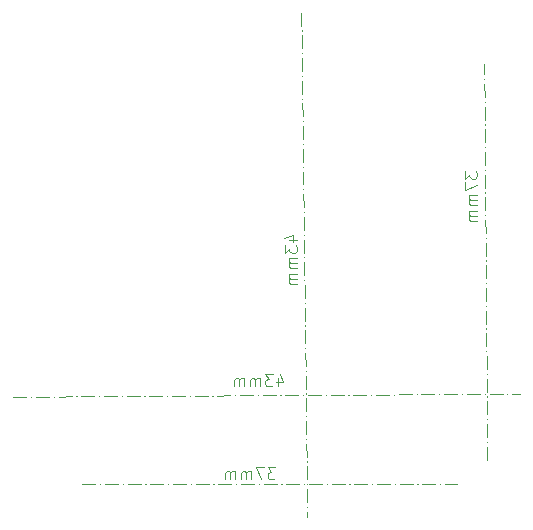
<source format=gbr>
%TF.GenerationSoftware,KiCad,Pcbnew,8.0.7*%
%TF.CreationDate,2025-01-10T12:44:58+00:00*%
%TF.ProjectId,AstroDroid-v1,41737472-6f44-4726-9f69-642d76312e6b,rev?*%
%TF.SameCoordinates,Original*%
%TF.FileFunction,Legend,Bot*%
%TF.FilePolarity,Positive*%
%FSLAX46Y46*%
G04 Gerber Fmt 4.6, Leading zero omitted, Abs format (unit mm)*
G04 Created by KiCad (PCBNEW 8.0.7) date 2025-01-10 12:44:58*
%MOMM*%
%LPD*%
G01*
G04 APERTURE LIST*
%ADD10C,0.100000*%
G04 APERTURE END LIST*
D10*
X93472000Y-53594000D02*
X93485094Y-54693922D01*
X93489856Y-55093894D02*
X93490094Y-55113892D01*
X93494856Y-55513864D02*
X93507950Y-56613786D01*
X93512711Y-57013758D02*
X93512949Y-57033756D01*
X93517711Y-57433728D02*
X93530805Y-58533650D01*
X93535567Y-58933622D02*
X93535805Y-58953620D01*
X93540567Y-59353592D02*
X93553661Y-60453514D01*
X93558422Y-60853486D02*
X93558661Y-60873484D01*
X93563422Y-61273456D02*
X93576516Y-62373378D01*
X93581278Y-62773350D02*
X93581516Y-62793348D01*
X93586278Y-63193320D02*
X93599372Y-64293242D01*
X93604133Y-64693214D02*
X93604372Y-64713212D01*
X93609133Y-65113184D02*
X93622227Y-66213106D01*
X93626989Y-66613077D02*
X93627227Y-66633076D01*
X93631989Y-67033048D02*
X93645083Y-68132970D01*
X93649845Y-68532941D02*
X93650083Y-68552940D01*
X93654844Y-68952912D02*
X93667938Y-70052834D01*
X93672700Y-70452805D02*
X93672938Y-70472804D01*
X93677700Y-70872776D02*
X93690794Y-71972698D01*
X93695556Y-72372669D02*
X93695794Y-72392668D01*
X93700555Y-72792640D02*
X93713650Y-73892562D01*
X93718411Y-74292533D02*
X93718649Y-74312532D01*
X93723411Y-74712504D02*
X93736505Y-75812426D01*
X93741267Y-76212397D02*
X93741505Y-76232396D01*
X93746266Y-76632368D02*
X93759361Y-77732290D01*
X93764122Y-78132261D02*
X93764360Y-78152260D01*
X93769122Y-78552231D02*
X93782216Y-79652154D01*
X93786978Y-80052125D02*
X93787216Y-80072124D01*
X93791977Y-80472095D02*
X93805072Y-81572018D01*
X93809833Y-81971989D02*
X93810071Y-81991988D01*
X93814833Y-82391959D02*
X93827927Y-83491881D01*
X93832689Y-83891853D02*
X93832927Y-83911852D01*
X93837688Y-84311823D02*
X93850783Y-85411745D01*
X93855544Y-85811717D02*
X93855782Y-85831716D01*
X93860544Y-86231687D02*
X93873638Y-87331609D01*
X93878400Y-87731581D02*
X93878638Y-87751580D01*
X93883399Y-88151551D02*
X93896494Y-89251473D01*
X93901255Y-89651445D02*
X93901493Y-89671444D01*
X93906255Y-90071415D02*
X93919349Y-91171337D01*
X93924111Y-91571309D02*
X93924349Y-91591308D01*
X93929110Y-91991279D02*
X93942205Y-93091201D01*
X93946966Y-93491173D02*
X93947204Y-93511172D01*
X93951966Y-93911143D02*
X93965060Y-95011065D01*
X93969822Y-95411037D02*
X93970060Y-95431035D01*
X93974822Y-95831007D02*
X93980000Y-96266000D01*
X92423752Y-72868455D02*
X93090419Y-72868455D01*
X92042800Y-72630360D02*
X92757085Y-72392265D01*
X92757085Y-72392265D02*
X92757085Y-73011312D01*
X92090419Y-73297027D02*
X92090419Y-73916074D01*
X92090419Y-73916074D02*
X92471371Y-73582741D01*
X92471371Y-73582741D02*
X92471371Y-73725598D01*
X92471371Y-73725598D02*
X92518990Y-73820836D01*
X92518990Y-73820836D02*
X92566609Y-73868455D01*
X92566609Y-73868455D02*
X92661847Y-73916074D01*
X92661847Y-73916074D02*
X92899942Y-73916074D01*
X92899942Y-73916074D02*
X92995180Y-73868455D01*
X92995180Y-73868455D02*
X93042800Y-73820836D01*
X93042800Y-73820836D02*
X93090419Y-73725598D01*
X93090419Y-73725598D02*
X93090419Y-73439884D01*
X93090419Y-73439884D02*
X93042800Y-73344646D01*
X93042800Y-73344646D02*
X92995180Y-73297027D01*
X93090419Y-74344646D02*
X92423752Y-74344646D01*
X92518990Y-74344646D02*
X92471371Y-74392265D01*
X92471371Y-74392265D02*
X92423752Y-74487503D01*
X92423752Y-74487503D02*
X92423752Y-74630360D01*
X92423752Y-74630360D02*
X92471371Y-74725598D01*
X92471371Y-74725598D02*
X92566609Y-74773217D01*
X92566609Y-74773217D02*
X93090419Y-74773217D01*
X92566609Y-74773217D02*
X92471371Y-74820836D01*
X92471371Y-74820836D02*
X92423752Y-74916074D01*
X92423752Y-74916074D02*
X92423752Y-75058931D01*
X92423752Y-75058931D02*
X92471371Y-75154170D01*
X92471371Y-75154170D02*
X92566609Y-75201789D01*
X92566609Y-75201789D02*
X93090419Y-75201789D01*
X93090419Y-75677979D02*
X92423752Y-75677979D01*
X92518990Y-75677979D02*
X92471371Y-75725598D01*
X92471371Y-75725598D02*
X92423752Y-75820836D01*
X92423752Y-75820836D02*
X92423752Y-75963693D01*
X92423752Y-75963693D02*
X92471371Y-76058931D01*
X92471371Y-76058931D02*
X92566609Y-76106550D01*
X92566609Y-76106550D02*
X93090419Y-76106550D01*
X92566609Y-76106550D02*
X92471371Y-76154169D01*
X92471371Y-76154169D02*
X92423752Y-76249407D01*
X92423752Y-76249407D02*
X92423752Y-76392264D01*
X92423752Y-76392264D02*
X92471371Y-76487503D01*
X92471371Y-76487503D02*
X92566609Y-76535122D01*
X92566609Y-76535122D02*
X93090419Y-76535122D01*
X91469544Y-84549752D02*
X91469544Y-85216419D01*
X91707639Y-84168800D02*
X91945734Y-84883085D01*
X91945734Y-84883085D02*
X91326687Y-84883085D01*
X91040972Y-84216419D02*
X90421925Y-84216419D01*
X90421925Y-84216419D02*
X90755258Y-84597371D01*
X90755258Y-84597371D02*
X90612401Y-84597371D01*
X90612401Y-84597371D02*
X90517163Y-84644990D01*
X90517163Y-84644990D02*
X90469544Y-84692609D01*
X90469544Y-84692609D02*
X90421925Y-84787847D01*
X90421925Y-84787847D02*
X90421925Y-85025942D01*
X90421925Y-85025942D02*
X90469544Y-85121180D01*
X90469544Y-85121180D02*
X90517163Y-85168800D01*
X90517163Y-85168800D02*
X90612401Y-85216419D01*
X90612401Y-85216419D02*
X90898115Y-85216419D01*
X90898115Y-85216419D02*
X90993353Y-85168800D01*
X90993353Y-85168800D02*
X91040972Y-85121180D01*
X89993353Y-85216419D02*
X89993353Y-84549752D01*
X89993353Y-84644990D02*
X89945734Y-84597371D01*
X89945734Y-84597371D02*
X89850496Y-84549752D01*
X89850496Y-84549752D02*
X89707639Y-84549752D01*
X89707639Y-84549752D02*
X89612401Y-84597371D01*
X89612401Y-84597371D02*
X89564782Y-84692609D01*
X89564782Y-84692609D02*
X89564782Y-85216419D01*
X89564782Y-84692609D02*
X89517163Y-84597371D01*
X89517163Y-84597371D02*
X89421925Y-84549752D01*
X89421925Y-84549752D02*
X89279068Y-84549752D01*
X89279068Y-84549752D02*
X89183829Y-84597371D01*
X89183829Y-84597371D02*
X89136210Y-84692609D01*
X89136210Y-84692609D02*
X89136210Y-85216419D01*
X88660020Y-85216419D02*
X88660020Y-84549752D01*
X88660020Y-84644990D02*
X88612401Y-84597371D01*
X88612401Y-84597371D02*
X88517163Y-84549752D01*
X88517163Y-84549752D02*
X88374306Y-84549752D01*
X88374306Y-84549752D02*
X88279068Y-84597371D01*
X88279068Y-84597371D02*
X88231449Y-84692609D01*
X88231449Y-84692609D02*
X88231449Y-85216419D01*
X88231449Y-84692609D02*
X88183830Y-84597371D01*
X88183830Y-84597371D02*
X88088592Y-84549752D01*
X88088592Y-84549752D02*
X87945735Y-84549752D01*
X87945735Y-84549752D02*
X87850496Y-84597371D01*
X87850496Y-84597371D02*
X87802877Y-84692609D01*
X87802877Y-84692609D02*
X87802877Y-85216419D01*
X69088000Y-86106000D02*
X70187981Y-86099491D01*
X70587974Y-86097124D02*
X70607973Y-86097006D01*
X71007966Y-86094639D02*
X72107947Y-86088130D01*
X72507940Y-86085764D02*
X72527940Y-86085645D01*
X72927933Y-86083279D02*
X74027914Y-86076770D01*
X74427907Y-86074403D02*
X74447906Y-86074285D01*
X74847899Y-86071918D02*
X75947880Y-86065409D01*
X76347873Y-86063042D02*
X76367873Y-86062924D01*
X76767866Y-86060557D02*
X77867846Y-86054048D01*
X78267839Y-86051681D02*
X78287839Y-86051563D01*
X78687832Y-86049196D02*
X79787813Y-86042687D01*
X80187806Y-86040321D02*
X80207805Y-86040202D01*
X80607798Y-86037836D02*
X81707779Y-86031327D01*
X82107772Y-86028960D02*
X82127772Y-86028842D01*
X82527765Y-86026475D02*
X83627745Y-86019966D01*
X84027738Y-86017599D02*
X84047738Y-86017481D01*
X84447731Y-86015114D02*
X85547712Y-86008605D01*
X85947705Y-86006238D02*
X85967704Y-86006120D01*
X86367697Y-86003753D02*
X87467678Y-85997245D01*
X87867671Y-85994878D02*
X87887671Y-85994759D01*
X88287664Y-85992393D02*
X89387645Y-85985884D01*
X89787638Y-85983517D02*
X89807637Y-85983399D01*
X90207630Y-85981032D02*
X91307611Y-85974523D01*
X91707604Y-85972156D02*
X91727604Y-85972038D01*
X92127597Y-85969671D02*
X93227577Y-85963162D01*
X93627570Y-85960795D02*
X93647570Y-85960677D01*
X94047563Y-85958310D02*
X95147544Y-85951802D01*
X95547537Y-85949435D02*
X95567536Y-85949316D01*
X95967529Y-85946950D02*
X97067510Y-85940441D01*
X97467503Y-85938074D02*
X97487503Y-85937956D01*
X97887496Y-85935589D02*
X98987477Y-85929080D01*
X99387470Y-85926713D02*
X99407469Y-85926595D01*
X99807462Y-85924228D02*
X100907443Y-85917719D01*
X101307436Y-85915352D02*
X101327436Y-85915234D01*
X101727429Y-85912867D02*
X102827409Y-85906359D01*
X103227402Y-85903992D02*
X103247402Y-85903873D01*
X103647395Y-85901507D02*
X104747376Y-85894998D01*
X105147369Y-85892631D02*
X105167368Y-85892513D01*
X105567361Y-85890146D02*
X106667342Y-85883637D01*
X107067335Y-85881270D02*
X107087335Y-85881152D01*
X107487328Y-85878785D02*
X108587309Y-85872276D01*
X108987302Y-85869909D02*
X109007301Y-85869791D01*
X109407294Y-85867424D02*
X110507275Y-85860916D01*
X110907268Y-85858549D02*
X110927268Y-85858430D01*
X111327261Y-85856064D02*
X112014000Y-85852001D01*
X107330419Y-67010646D02*
X107330419Y-67629693D01*
X107330419Y-67629693D02*
X107711371Y-67296360D01*
X107711371Y-67296360D02*
X107711371Y-67439217D01*
X107711371Y-67439217D02*
X107758990Y-67534455D01*
X107758990Y-67534455D02*
X107806609Y-67582074D01*
X107806609Y-67582074D02*
X107901847Y-67629693D01*
X107901847Y-67629693D02*
X108139942Y-67629693D01*
X108139942Y-67629693D02*
X108235180Y-67582074D01*
X108235180Y-67582074D02*
X108282800Y-67534455D01*
X108282800Y-67534455D02*
X108330419Y-67439217D01*
X108330419Y-67439217D02*
X108330419Y-67153503D01*
X108330419Y-67153503D02*
X108282800Y-67058265D01*
X108282800Y-67058265D02*
X108235180Y-67010646D01*
X107330419Y-67963027D02*
X107330419Y-68629693D01*
X107330419Y-68629693D02*
X108330419Y-68201122D01*
X108330419Y-69010646D02*
X107663752Y-69010646D01*
X107758990Y-69010646D02*
X107711371Y-69058265D01*
X107711371Y-69058265D02*
X107663752Y-69153503D01*
X107663752Y-69153503D02*
X107663752Y-69296360D01*
X107663752Y-69296360D02*
X107711371Y-69391598D01*
X107711371Y-69391598D02*
X107806609Y-69439217D01*
X107806609Y-69439217D02*
X108330419Y-69439217D01*
X107806609Y-69439217D02*
X107711371Y-69486836D01*
X107711371Y-69486836D02*
X107663752Y-69582074D01*
X107663752Y-69582074D02*
X107663752Y-69724931D01*
X107663752Y-69724931D02*
X107711371Y-69820170D01*
X107711371Y-69820170D02*
X107806609Y-69867789D01*
X107806609Y-69867789D02*
X108330419Y-69867789D01*
X108330419Y-70343979D02*
X107663752Y-70343979D01*
X107758990Y-70343979D02*
X107711371Y-70391598D01*
X107711371Y-70391598D02*
X107663752Y-70486836D01*
X107663752Y-70486836D02*
X107663752Y-70629693D01*
X107663752Y-70629693D02*
X107711371Y-70724931D01*
X107711371Y-70724931D02*
X107806609Y-70772550D01*
X107806609Y-70772550D02*
X108330419Y-70772550D01*
X107806609Y-70772550D02*
X107711371Y-70820169D01*
X107711371Y-70820169D02*
X107663752Y-70915407D01*
X107663752Y-70915407D02*
X107663752Y-71058264D01*
X107663752Y-71058264D02*
X107711371Y-71153503D01*
X107711371Y-71153503D02*
X107806609Y-71201122D01*
X107806609Y-71201122D02*
X108330419Y-71201122D01*
X109220000Y-91440000D02*
X109211667Y-90340032D01*
X109208637Y-89940043D02*
X109208485Y-89920044D01*
X109205455Y-89520055D02*
X109197122Y-88420087D01*
X109194092Y-88020098D02*
X109193940Y-88000099D01*
X109190910Y-87600110D02*
X109182577Y-86500142D01*
X109179547Y-86100153D02*
X109179395Y-86080154D01*
X109176365Y-85680165D02*
X109168032Y-84580197D01*
X109165002Y-84180208D02*
X109164850Y-84160209D01*
X109161820Y-83760220D02*
X109153487Y-82660252D01*
X109150457Y-82260263D02*
X109150305Y-82240264D01*
X109147275Y-81840275D02*
X109138942Y-80740307D01*
X109135912Y-80340319D02*
X109135760Y-80320319D01*
X109132730Y-79920331D02*
X109124397Y-78820362D01*
X109121366Y-78420374D02*
X109121215Y-78400374D01*
X109118185Y-78000386D02*
X109109852Y-76900417D01*
X109106821Y-76500429D02*
X109106670Y-76480429D01*
X109103640Y-76080441D02*
X109095307Y-74980472D01*
X109092276Y-74580484D02*
X109092125Y-74560484D01*
X109089095Y-74160496D02*
X109080762Y-73060527D01*
X109077731Y-72660539D02*
X109077580Y-72640539D01*
X109074550Y-72240551D02*
X109066217Y-71140583D01*
X109063186Y-70740594D02*
X109063035Y-70720595D01*
X109060005Y-70320606D02*
X109051671Y-69220638D01*
X109048641Y-68820649D02*
X109048490Y-68800650D01*
X109045460Y-68400661D02*
X109037126Y-67300693D01*
X109034096Y-66900704D02*
X109033945Y-66880705D01*
X109030915Y-66480716D02*
X109022581Y-65380748D01*
X109019551Y-64980759D02*
X109019400Y-64960760D01*
X109016369Y-64560771D02*
X109008036Y-63460803D01*
X109005006Y-63060814D02*
X109004855Y-63040815D01*
X109001824Y-62640826D02*
X108993491Y-61540858D01*
X108990461Y-61140869D02*
X108990310Y-61120870D01*
X108987279Y-60720882D02*
X108978946Y-59620913D01*
X108975916Y-59220925D02*
X108975765Y-59200925D01*
X108972734Y-58800937D02*
X108966000Y-57912000D01*
X74930000Y-93472000D02*
X76030000Y-93472000D01*
X76430000Y-93472000D02*
X76450000Y-93472000D01*
X76850000Y-93472000D02*
X77950000Y-93472000D01*
X78350000Y-93472000D02*
X78370000Y-93472000D01*
X78770000Y-93472000D02*
X79870000Y-93472000D01*
X80270000Y-93472000D02*
X80290000Y-93472000D01*
X80690000Y-93472000D02*
X81790000Y-93472000D01*
X82190000Y-93472000D02*
X82210000Y-93472000D01*
X82610000Y-93472000D02*
X83710000Y-93472000D01*
X84110000Y-93472000D02*
X84130000Y-93472000D01*
X84530000Y-93472000D02*
X85630000Y-93472000D01*
X86030000Y-93472000D02*
X86050000Y-93472000D01*
X86450000Y-93472000D02*
X87550000Y-93472000D01*
X87950000Y-93472000D02*
X87970000Y-93472000D01*
X88370000Y-93472000D02*
X89470000Y-93472000D01*
X89870000Y-93472000D02*
X89890000Y-93472000D01*
X90290000Y-93472000D02*
X91390000Y-93472000D01*
X91790000Y-93472000D02*
X91810000Y-93472000D01*
X92210000Y-93472000D02*
X93310000Y-93472000D01*
X93710000Y-93472000D02*
X93730000Y-93472000D01*
X94130000Y-93472000D02*
X95230000Y-93472000D01*
X95630000Y-93472000D02*
X95650000Y-93472000D01*
X96050000Y-93472000D02*
X97150000Y-93472000D01*
X97550000Y-93472000D02*
X97570000Y-93472000D01*
X97970000Y-93472000D02*
X99070000Y-93472000D01*
X99470000Y-93472000D02*
X99490000Y-93472000D01*
X99890000Y-93472000D02*
X100990000Y-93472000D01*
X101390000Y-93472000D02*
X101410000Y-93472000D01*
X101810000Y-93472000D02*
X102910000Y-93472000D01*
X103310000Y-93472000D02*
X103330000Y-93472000D01*
X103730000Y-93472000D02*
X104830000Y-93472000D01*
X105230000Y-93472000D02*
X105250000Y-93472000D01*
X105650000Y-93472000D02*
X106680000Y-93472000D01*
X91231353Y-92090419D02*
X90612306Y-92090419D01*
X90612306Y-92090419D02*
X90945639Y-92471371D01*
X90945639Y-92471371D02*
X90802782Y-92471371D01*
X90802782Y-92471371D02*
X90707544Y-92518990D01*
X90707544Y-92518990D02*
X90659925Y-92566609D01*
X90659925Y-92566609D02*
X90612306Y-92661847D01*
X90612306Y-92661847D02*
X90612306Y-92899942D01*
X90612306Y-92899942D02*
X90659925Y-92995180D01*
X90659925Y-92995180D02*
X90707544Y-93042800D01*
X90707544Y-93042800D02*
X90802782Y-93090419D01*
X90802782Y-93090419D02*
X91088496Y-93090419D01*
X91088496Y-93090419D02*
X91183734Y-93042800D01*
X91183734Y-93042800D02*
X91231353Y-92995180D01*
X90278972Y-92090419D02*
X89612306Y-92090419D01*
X89612306Y-92090419D02*
X90040877Y-93090419D01*
X89231353Y-93090419D02*
X89231353Y-92423752D01*
X89231353Y-92518990D02*
X89183734Y-92471371D01*
X89183734Y-92471371D02*
X89088496Y-92423752D01*
X89088496Y-92423752D02*
X88945639Y-92423752D01*
X88945639Y-92423752D02*
X88850401Y-92471371D01*
X88850401Y-92471371D02*
X88802782Y-92566609D01*
X88802782Y-92566609D02*
X88802782Y-93090419D01*
X88802782Y-92566609D02*
X88755163Y-92471371D01*
X88755163Y-92471371D02*
X88659925Y-92423752D01*
X88659925Y-92423752D02*
X88517068Y-92423752D01*
X88517068Y-92423752D02*
X88421829Y-92471371D01*
X88421829Y-92471371D02*
X88374210Y-92566609D01*
X88374210Y-92566609D02*
X88374210Y-93090419D01*
X87898020Y-93090419D02*
X87898020Y-92423752D01*
X87898020Y-92518990D02*
X87850401Y-92471371D01*
X87850401Y-92471371D02*
X87755163Y-92423752D01*
X87755163Y-92423752D02*
X87612306Y-92423752D01*
X87612306Y-92423752D02*
X87517068Y-92471371D01*
X87517068Y-92471371D02*
X87469449Y-92566609D01*
X87469449Y-92566609D02*
X87469449Y-93090419D01*
X87469449Y-92566609D02*
X87421830Y-92471371D01*
X87421830Y-92471371D02*
X87326592Y-92423752D01*
X87326592Y-92423752D02*
X87183735Y-92423752D01*
X87183735Y-92423752D02*
X87088496Y-92471371D01*
X87088496Y-92471371D02*
X87040877Y-92566609D01*
X87040877Y-92566609D02*
X87040877Y-93090419D01*
M02*

</source>
